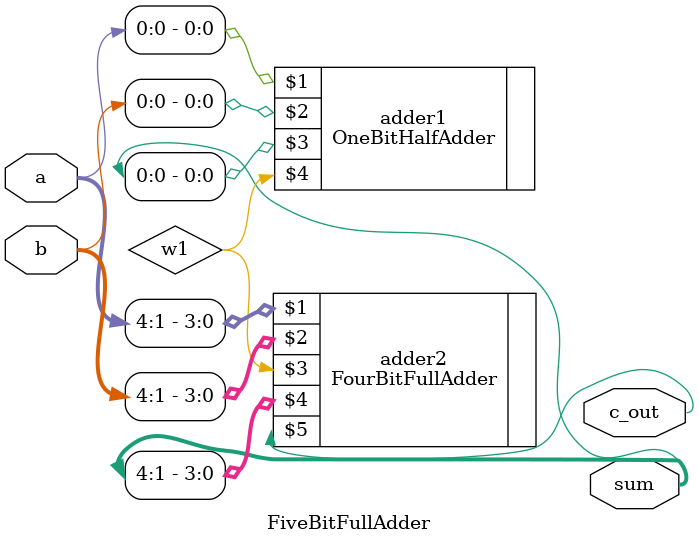
<source format=v>
module FiveBitFullAdder(
	input [4:0] a,
	input [4:0] b,
	output [4:0] sum,
	output c_out
);

wire w1;

	OneBitHalfAdder adder1 (
		a[0],
		b[0],
		sum[0],
		w1
		);
	
	FourBitFullAdder adder2 (
		a[4:1],
		b[4:1],
		w1,
		sum[4:1],
		c_out
		);

endmodule
</source>
